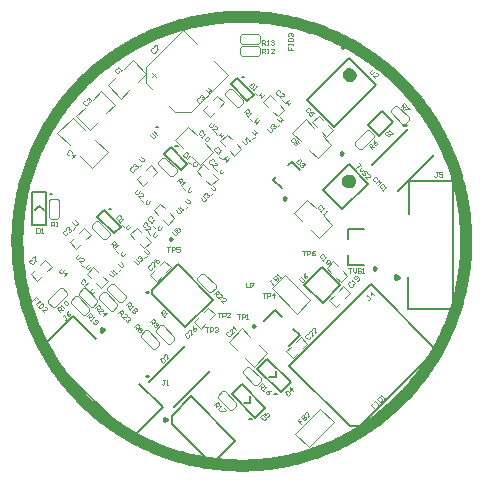
<source format=gto>
G04*
G04 #@! TF.GenerationSoftware,Altium Limited,Altium Designer,20.0.13 (296)*
G04*
G04 Layer_Color=65535*
%FSLAX44Y44*%
%MOMM*%
G71*
G01*
G75*
%ADD10C,0.1000*%
%ADD11C,0.2000*%
%ADD12C,0.2500*%
%ADD13C,0.1000*%
%ADD14C,0.3000*%
%ADD15C,1.0000*%
%ADD16C,0.6000*%
%ADD17C,0.2540*%
%ADD18C,0.1270*%
G54D10*
X1275648Y1036106D02*
X1273645D01*
X1279243Y1030390D02*
Y1032512D01*
X1267222Y1020491D02*
X1269343D01*
X1263687Y1026148D02*
Y1024026D01*
X1425800Y1244417D02*
X1427216Y1243000D01*
X1427300Y1251000D02*
X1425800Y1249500D01*
X1442800D02*
X1441300Y1251000D01*
X1441300Y1243000D02*
X1442800Y1244500D01*
X1425800Y1234417D02*
X1427216Y1233000D01*
X1427300Y1241000D02*
X1425800Y1239500D01*
X1442800Y1239500D02*
X1441300Y1241000D01*
X1441300Y1233000D02*
X1442800Y1234500D01*
X1305118Y1024085D02*
Y1026089D01*
X1299402Y1020491D02*
X1301524D01*
X1289503Y1032512D02*
Y1030390D01*
X1295160Y1036047D02*
X1293038D01*
X1306407Y1029254D02*
Y1027251D01*
X1312122Y1032849D02*
X1310001D01*
X1322022Y1020828D02*
Y1022950D01*
X1316365Y1017293D02*
X1318486D01*
X1389563Y1044784D02*
Y1042780D01*
X1395279Y1048378D02*
X1393157D01*
X1405178Y1036357D02*
Y1038479D01*
X1399521Y1032822D02*
X1401643D01*
X1407163Y945184D02*
Y943180D01*
X1412879Y948778D02*
X1410757D01*
X1422778Y936757D02*
Y938879D01*
X1417121Y933222D02*
X1419243D01*
X1428163Y966184D02*
Y964180D01*
X1433879Y969778D02*
X1431757D01*
X1443778Y957757D02*
Y959879D01*
X1438121Y954222D02*
X1440243D01*
X1292586Y1013757D02*
X1294707D01*
X1298242Y1017293D02*
Y1019414D01*
X1288343Y1029314D02*
X1286222D01*
X1282627Y1025719D02*
Y1023716D01*
X1319194Y1039920D02*
X1317072D01*
X1313537Y1036385D02*
Y1034263D01*
X1323436Y1024364D02*
X1325558D01*
X1329152Y1027958D02*
Y1029961D01*
X1366617Y1131065D02*
X1368738D01*
X1372274Y1134600D02*
Y1136722D01*
X1362374Y1146621D02*
X1360253D01*
X1356658Y1143027D02*
Y1141023D01*
X1423117Y1189565D02*
X1425238D01*
X1428773Y1193100D02*
Y1195222D01*
X1418874Y1205121D02*
X1416753D01*
X1413158Y1201527D02*
Y1199523D01*
X1310117Y1077565D02*
X1312238D01*
X1315773Y1081100D02*
Y1083222D01*
X1305874Y1093121D02*
X1303753D01*
X1300158Y1089527D02*
Y1087523D01*
X1264500Y1096500D02*
X1266000Y1095000D01*
X1271000D02*
X1272500Y1096500D01*
Y1110500D02*
X1271000Y1112000D01*
X1265917D02*
X1264500Y1110584D01*
X1563314Y1175272D02*
X1565435D01*
X1568970Y1178808D02*
Y1180929D01*
X1559071Y1190828D02*
X1556950D01*
X1553355Y1187234D02*
Y1185231D01*
X1538970Y1164172D02*
Y1166293D01*
X1535435Y1169828D02*
X1533314D01*
X1523414Y1159929D02*
Y1157808D01*
X1527009Y1154213D02*
X1529012D01*
X1347577Y1000406D02*
X1345456D01*
X1341920Y996870D02*
Y994749D01*
X1351820Y984849D02*
X1353941D01*
X1357536Y988444D02*
Y990447D01*
X1360305Y1004648D02*
X1358184D01*
X1354648Y1001113D02*
Y998991D01*
X1364548Y989092D02*
X1366669D01*
X1370264Y992686D02*
Y994690D01*
X1275648Y1036106D02*
X1279243Y1032512D01*
X1263686Y1026148D02*
X1273645Y1036106D01*
X1269343Y1020491D02*
X1279243Y1030390D01*
X1263686Y1024026D02*
X1267222Y1020491D01*
X1492743Y1078633D02*
X1504057Y1089947D01*
X1471529Y1099846D02*
X1482843Y1111161D01*
X1489914Y1104089D01*
X1471529Y1099846D02*
X1478601Y1092775D01*
X1496985Y1097018D02*
X1504057Y1089947D01*
X1485672Y1085705D02*
X1492743Y1078633D01*
X1425800Y1244417D02*
Y1249500D01*
X1427216Y1243000D02*
X1441300Y1243000D01*
X1427300Y1251000D02*
X1441300D01*
X1442800Y1244500D02*
Y1249500D01*
X1425800Y1234417D02*
Y1239500D01*
X1427216Y1233000D02*
X1441300Y1233000D01*
X1427300Y1241000D02*
X1441300D01*
X1442800Y1234500D02*
Y1239500D01*
X1301524Y1020491D02*
X1305118Y1024085D01*
X1295160Y1036047D02*
X1305118Y1026088D01*
X1289503Y1030390D02*
X1299402Y1020491D01*
X1289503Y1032512D02*
X1293038Y1036047D01*
X1306407Y1029254D02*
X1310001Y1032849D01*
X1306407Y1027251D02*
X1316365Y1017292D01*
X1312123Y1032849D02*
X1322022Y1022950D01*
X1318486Y1017293D02*
X1322022Y1020828D01*
X1386861Y1007618D02*
X1390750Y1011507D01*
X1392518Y1001961D02*
X1396407Y1005850D01*
X1386861Y1007618D02*
X1392518Y1001961D01*
X1398882Y1019639D02*
X1404539Y1013982D01*
X1394993Y1015750D02*
X1398882Y1019639D01*
X1400650Y1010093D02*
X1404539Y1013982D01*
X1389563Y1044784D02*
X1393157Y1048378D01*
X1389563Y1042781D02*
X1399521Y1032822D01*
X1395279Y1048378D02*
X1405178Y1038479D01*
X1401643Y1032822D02*
X1405178Y1036357D01*
X1501161Y1025818D02*
X1505050Y1029707D01*
X1506818Y1020161D02*
X1510707Y1024050D01*
X1501161Y1025818D02*
X1506818Y1020161D01*
X1513182Y1037839D02*
X1518839Y1032182D01*
X1509293Y1033950D02*
X1513182Y1037839D01*
X1514950Y1028293D02*
X1518839Y1032182D01*
X1478950Y985293D02*
X1482839Y989182D01*
X1473293Y990950D02*
X1477182Y994839D01*
X1482839Y989182D01*
X1465161Y982818D02*
X1470818Y977161D01*
X1474707Y981050D01*
X1465161Y982818D02*
X1469050Y986707D01*
X1472736Y913050D02*
X1484050Y901737D01*
X1493949Y934263D02*
X1505264Y922950D01*
X1472736Y913050D02*
X1493949Y934263D01*
X1484050Y901737D02*
X1505264Y922950D01*
X1407163Y945184D02*
X1410757Y948778D01*
X1407163Y943180D02*
X1417121Y933222D01*
X1412879Y948778D02*
X1422778Y938879D01*
X1419243Y933222D02*
X1422778Y936757D01*
X1428163Y966184D02*
X1431757Y969778D01*
X1428163Y964181D02*
X1438121Y954222D01*
X1433879Y969778D02*
X1443778Y959879D01*
X1440243Y954222D02*
X1443778Y957757D01*
X1437505Y969736D02*
X1448819Y981050D01*
X1416292Y990949D02*
X1427605Y1002264D01*
X1434677Y995192D01*
X1416292Y990949D02*
X1423363Y983879D01*
X1441747Y988121D02*
X1448819Y981050D01*
X1430434Y976808D02*
X1437505Y969736D01*
X1384879Y1147508D02*
X1391950Y1140436D01*
X1396192Y1158821D02*
X1403264Y1151750D01*
X1370736Y1161649D02*
X1377808Y1154579D01*
X1382050Y1172964D02*
X1389121Y1165892D01*
X1370736Y1161649D02*
X1382050Y1172964D01*
X1391950Y1140436D02*
X1403264Y1151750D01*
X1294707Y1013757D02*
X1298242Y1017293D01*
X1288343Y1029314D02*
X1298242Y1019414D01*
X1282627Y1023716D02*
X1292586Y1013757D01*
X1282627Y1025719D02*
X1286221Y1029314D01*
X1313537Y1036385D02*
X1317072Y1039920D01*
X1313537Y1034263D02*
X1323436Y1024364D01*
X1319193Y1039920D02*
X1329152Y1029961D01*
X1325558Y1024364D02*
X1329152Y1027958D01*
X1262415Y1050562D02*
X1266304Y1054451D01*
X1256758Y1056219D02*
X1260647Y1060108D01*
X1266304Y1054451D01*
X1248626Y1048087D02*
X1254283Y1042430D01*
X1258172Y1046319D01*
X1248626Y1048087D02*
X1252515Y1051976D01*
X1363485Y1049828D02*
X1367374Y1053718D01*
X1357828Y1055485D02*
X1361717Y1059374D01*
X1367374Y1053718D01*
X1349697Y1047354D02*
X1355354Y1041696D01*
X1359242Y1045586D01*
X1349697Y1047354D02*
X1353586Y1051243D01*
X1504818Y1058839D02*
X1508707Y1054950D01*
X1499161Y1053182D02*
X1503050Y1049293D01*
X1499161Y1053182D02*
X1504818Y1058839D01*
X1511182Y1041161D02*
X1516839Y1046818D01*
X1512950Y1050707D02*
X1516839Y1046818D01*
X1507293Y1045050D02*
X1511182Y1041161D01*
X1360788Y1093893D02*
X1364677Y1090004D01*
X1366445Y1099550D02*
X1370334Y1095661D01*
X1364677Y1090004D02*
X1370334Y1095661D01*
X1352656Y1102025D02*
X1358313Y1107682D01*
X1352656Y1102025D02*
X1356545Y1098136D01*
X1358313Y1107682D02*
X1362202Y1103793D01*
X1394813Y1141005D02*
X1398703Y1137116D01*
X1389156Y1135348D02*
X1393045Y1131459D01*
X1389156Y1135348D02*
X1394813Y1141005D01*
X1401178Y1123328D02*
X1406834Y1128984D01*
X1402945Y1132873D02*
X1406834Y1128984D01*
X1397288Y1127216D02*
X1401178Y1123328D01*
X1352052Y1131031D02*
X1355941Y1134920D01*
X1346395Y1136688D02*
X1350284Y1140577D01*
X1355941Y1134920D01*
X1338263Y1128556D02*
X1343920Y1122899D01*
X1347809Y1126788D01*
X1338263Y1128556D02*
X1342152Y1132445D01*
X1368738Y1131065D02*
X1372274Y1134600D01*
X1362374Y1146621D02*
X1372274Y1136722D01*
X1356658Y1141023D02*
X1366617Y1131065D01*
X1356658Y1143027D02*
X1360253Y1146621D01*
X1417288Y1152393D02*
X1421177Y1148504D01*
X1422945Y1158050D02*
X1426834Y1154161D01*
X1421177Y1148504D02*
X1426834Y1154161D01*
X1409156Y1160525D02*
X1414813Y1166182D01*
X1409156Y1160525D02*
X1413045Y1156636D01*
X1414813Y1166182D02*
X1418702Y1162293D01*
X1451313Y1199505D02*
X1455202Y1195616D01*
X1445656Y1193848D02*
X1449545Y1189959D01*
X1445656Y1193848D02*
X1451313Y1199505D01*
X1457677Y1181828D02*
X1463334Y1187484D01*
X1459445Y1191373D02*
X1463334Y1187484D01*
X1453788Y1185716D02*
X1457677Y1181828D01*
X1408552Y1189531D02*
X1412441Y1193420D01*
X1402895Y1195188D02*
X1406784Y1199077D01*
X1412441Y1193420D01*
X1394763Y1187056D02*
X1400420Y1181399D01*
X1404309Y1185288D01*
X1394763Y1187056D02*
X1398652Y1190945D01*
X1425238Y1189565D02*
X1428773Y1193100D01*
X1418874Y1205121D02*
X1428773Y1195222D01*
X1413158Y1199523D02*
X1423116Y1189565D01*
X1413158Y1201527D02*
X1416753Y1205121D01*
X1304288Y1040393D02*
X1308177Y1036504D01*
X1309945Y1046050D02*
X1313834Y1042161D01*
X1308177Y1036504D02*
X1313834Y1042161D01*
X1296157Y1048525D02*
X1301813Y1054182D01*
X1296157Y1048525D02*
X1300045Y1044636D01*
X1301813Y1054182D02*
X1305702Y1050293D01*
X1338313Y1087505D02*
X1342202Y1083616D01*
X1332657Y1081848D02*
X1336545Y1077959D01*
X1332657Y1081848D02*
X1338313Y1087505D01*
X1344677Y1069828D02*
X1350334Y1075485D01*
X1346445Y1079373D02*
X1350334Y1075485D01*
X1340788Y1073717D02*
X1344677Y1069828D01*
X1312238Y1077565D02*
X1315773Y1081100D01*
X1305874Y1093121D02*
X1315773Y1083222D01*
X1300158Y1087523D02*
X1310117Y1077565D01*
X1300158Y1089527D02*
X1303752Y1093121D01*
X1295552Y1077531D02*
X1299441Y1081420D01*
X1289895Y1083187D02*
X1293784Y1087077D01*
X1299441Y1081420D01*
X1281763Y1075056D02*
X1287420Y1069399D01*
X1291309Y1073288D01*
X1281763Y1075056D02*
X1285652Y1078945D01*
X1271287Y1167278D02*
X1284722Y1180713D01*
X1300278Y1138287D02*
X1313713Y1151722D01*
X1303460Y1161975D02*
X1313713Y1151722D01*
X1271287Y1167278D02*
X1281540Y1157025D01*
X1284722Y1180713D02*
X1294975Y1170460D01*
X1290025Y1148540D02*
X1300278Y1138287D01*
X1287343Y1181571D02*
X1294414Y1188642D01*
X1298657Y1170257D02*
X1305728Y1177328D01*
X1301485Y1195713D02*
X1308556Y1202784D01*
X1312799Y1184399D02*
X1319870Y1191471D01*
X1308556Y1202784D02*
X1319870Y1191471D01*
X1287343Y1181571D02*
X1298657Y1170257D01*
X1339193Y1210879D02*
X1346263Y1217950D01*
X1327879Y1222193D02*
X1334950Y1229263D01*
X1325051Y1196737D02*
X1332121Y1203808D01*
X1313737Y1208050D02*
X1320808Y1215121D01*
X1313737Y1208050D02*
X1325051Y1196737D01*
X1334950Y1229263D02*
X1346263Y1217950D01*
X1266000Y1095000D02*
X1271000D01*
X1272500Y1096500D02*
Y1110500D01*
X1264500Y1096500D02*
X1264500Y1110584D01*
X1265917Y1112000D02*
X1271000D01*
X1350983Y1215232D02*
X1354519Y1218768D01*
X1350983D02*
X1354519Y1215232D01*
X1377500Y1255184D02*
X1389408Y1243276D01*
X1403776Y1228908D02*
X1415684Y1217000D01*
X1346034Y1223718D02*
X1377500Y1255184D01*
X1346034Y1210283D02*
Y1223718D01*
Y1210283D02*
X1351224Y1205092D01*
X1384218Y1185534D02*
X1415684Y1217000D01*
X1370783Y1185534D02*
X1384218D01*
X1365592Y1190724D02*
X1370783Y1185534D01*
X1495038Y1168423D02*
X1498927Y1164533D01*
X1500695Y1174079D02*
X1504584Y1170191D01*
X1498927Y1164533D02*
X1504584Y1170191D01*
X1486907Y1176554D02*
X1492563Y1182212D01*
X1486907Y1176554D02*
X1490795Y1172666D01*
X1492563Y1182212D02*
X1496452Y1178322D01*
X1565435Y1175272D02*
X1568971Y1178807D01*
X1559071Y1190828D02*
X1568971Y1180929D01*
X1553355Y1185230D02*
X1563314Y1175272D01*
X1553355Y1187234D02*
X1556950Y1190828D01*
X1535435Y1169828D02*
X1538971Y1166293D01*
X1523414Y1159929D02*
X1533314Y1169828D01*
X1529012Y1154213D02*
X1538971Y1164171D01*
X1523414Y1157808D02*
X1527009Y1154213D01*
X1481603Y1179029D02*
X1488674Y1171958D01*
X1470289Y1167716D02*
X1477360Y1160645D01*
X1495745Y1164887D02*
X1502816Y1157816D01*
X1484432Y1153573D02*
X1491503Y1146503D01*
X1502816Y1157816D01*
X1470289Y1167716D02*
X1481603Y1179029D01*
X1341920Y996870D02*
X1345456Y1000405D01*
X1341920Y994749D02*
X1351820Y984849D01*
X1347577Y1000405D02*
X1357536Y990447D01*
X1353941Y984849D02*
X1357536Y988444D01*
X1354648Y1001113D02*
X1358184Y1004648D01*
X1354648Y998991D02*
X1364547Y989092D01*
X1360305Y1004648D02*
X1370264Y994689D01*
X1366669Y989092D02*
X1370263Y992686D01*
X1464050Y1047264D02*
X1485263Y1026050D01*
X1452737Y1035949D02*
X1473950Y1014736D01*
X1452737Y1035949D02*
X1464050Y1047264D01*
X1473950Y1014736D02*
X1485263Y1026050D01*
X1431338Y1040856D02*
Y1037523D01*
X1432005Y1036857D01*
X1433337D01*
X1434004Y1037523D01*
Y1040856D01*
X1435337D02*
X1438002D01*
Y1040189D01*
X1435337Y1037523D01*
Y1036857D01*
X1368230Y1083523D02*
X1370586Y1081167D01*
X1371529D01*
X1372471Y1082109D01*
Y1083052D01*
X1370115Y1085408D01*
X1372943Y1088235D02*
X1371057Y1086350D01*
X1372471Y1084937D01*
X1372943Y1086350D01*
X1373414Y1086822D01*
X1374356D01*
X1375299Y1085879D01*
Y1084937D01*
X1374356Y1083994D01*
X1373414D01*
X1478668Y1067999D02*
X1481334D01*
X1480001D01*
Y1064001D01*
X1482667D02*
Y1067999D01*
X1484666D01*
X1485333Y1067333D01*
Y1066000D01*
X1484666Y1065334D01*
X1482667D01*
X1489332Y1067999D02*
X1487999Y1067333D01*
X1486666Y1066000D01*
Y1064667D01*
X1487332Y1064001D01*
X1488665D01*
X1489332Y1064667D01*
Y1065334D01*
X1488665Y1066000D01*
X1486666D01*
X1302994Y1019356D02*
X1305821Y1022184D01*
X1307235Y1020770D01*
Y1019827D01*
X1306292Y1018885D01*
X1305350Y1018885D01*
X1303936Y1020299D01*
X1304879Y1019356D02*
X1304879Y1017471D01*
X1307706Y1014644D02*
X1305821Y1016529D01*
X1309591D01*
X1310062Y1017000D01*
Y1017943D01*
X1309120Y1018885D01*
X1308177D01*
X1310062Y1012288D02*
X1312890Y1015115D01*
X1310062Y1015115D01*
X1311947Y1013230D01*
X1322967Y1014782D02*
X1325794Y1017610D01*
X1327208Y1016196D01*
Y1015254D01*
X1326266Y1014311D01*
X1325323Y1014311D01*
X1323909Y1015725D01*
X1324852Y1014782D02*
X1324852Y1012897D01*
X1327679Y1010070D02*
X1325794Y1011955D01*
X1329564D01*
X1330036Y1012426D01*
Y1013369D01*
X1329093Y1014311D01*
X1328151D01*
X1330978Y1011484D02*
X1331921D01*
X1332863Y1010541D01*
Y1009599D01*
X1332392Y1009128D01*
X1331449D01*
X1330978Y1009599D01*
X1331449Y1009128D01*
X1331449Y1008185D01*
X1330978Y1007714D01*
X1330036D01*
X1329093Y1008656D01*
Y1009599D01*
X1403816Y1031356D02*
X1406644Y1034184D01*
X1408058Y1032770D01*
Y1031827D01*
X1407115Y1030885D01*
X1406172Y1030885D01*
X1404759Y1032299D01*
X1405701Y1031356D02*
X1405701Y1029471D01*
X1408529Y1026644D02*
X1406644Y1028529D01*
X1410414D01*
X1410885Y1029000D01*
Y1029942D01*
X1409942Y1030885D01*
X1409000D01*
X1411356Y1023816D02*
X1409471Y1025701D01*
X1413241D01*
X1413712Y1026172D01*
Y1027115D01*
X1412770Y1028057D01*
X1411828D01*
X1404052Y937121D02*
X1406879Y939948D01*
X1408293Y938534D01*
Y937592D01*
X1407351Y936649D01*
X1406408Y936649D01*
X1404994Y938063D01*
X1405937Y937121D02*
X1405937Y935236D01*
X1406879Y934293D02*
X1407822Y933351D01*
X1407351Y933822D01*
X1410178Y936649D01*
X1409236D01*
X1412063Y934764D02*
X1413948Y932879D01*
X1413477Y932408D01*
X1409707D01*
X1409236Y931937D01*
X1442052Y953121D02*
X1444879Y955948D01*
X1446293Y954534D01*
Y953592D01*
X1445351Y952649D01*
X1444408Y952649D01*
X1442994Y954063D01*
X1443937Y953121D02*
X1443937Y951236D01*
X1444879Y950293D02*
X1445822Y949351D01*
X1445351Y949822D01*
X1448178Y952649D01*
X1447236D01*
X1451948Y948879D02*
X1450534Y949351D01*
X1448649D01*
X1447707Y948408D01*
Y947466D01*
X1448649Y946523D01*
X1449592D01*
X1450063Y946994D01*
X1450063Y947937D01*
X1448649Y949351D01*
X1444547Y1242501D02*
Y1246499D01*
X1446546D01*
X1447213Y1245833D01*
Y1244500D01*
X1446546Y1243833D01*
X1444547D01*
X1445880D02*
X1447213Y1242501D01*
X1448546D02*
X1449879D01*
X1449212D01*
Y1246499D01*
X1448546Y1245833D01*
X1451878D02*
X1452544Y1246499D01*
X1453877D01*
X1454544Y1245833D01*
Y1245166D01*
X1453877Y1244500D01*
X1453211D01*
X1453877D01*
X1454544Y1243833D01*
Y1243167D01*
X1453877Y1242501D01*
X1452544D01*
X1451878Y1243167D01*
X1444547Y1235001D02*
Y1238999D01*
X1446546D01*
X1447213Y1238333D01*
Y1237000D01*
X1446546Y1236333D01*
X1444547D01*
X1445880D02*
X1447213Y1235001D01*
X1448546D02*
X1449879D01*
X1449212D01*
Y1238999D01*
X1448546Y1238333D01*
X1454544Y1235001D02*
X1451878D01*
X1454544Y1237666D01*
Y1238333D01*
X1453877Y1238999D01*
X1452544D01*
X1451878Y1238333D01*
X1273875Y1016221D02*
X1271048Y1019049D01*
X1272462Y1020462D01*
X1273404D01*
X1274347Y1019520D01*
X1274347Y1018577D01*
X1272933Y1017164D01*
X1273875Y1018106D02*
X1275760Y1018106D01*
X1276703Y1019049D02*
X1277645Y1019991D01*
X1277174Y1019520D01*
X1274347Y1022347D01*
Y1021405D01*
X1276703Y1023761D02*
Y1024704D01*
X1277645Y1025646D01*
X1278588D01*
X1280473Y1023761D01*
Y1022819D01*
X1279530Y1021876D01*
X1278588D01*
X1276703Y1023761D01*
X1439546Y1267265D02*
X1438213D01*
X1438879D01*
Y1263933D01*
X1438213Y1263267D01*
X1437546D01*
X1436880Y1263933D01*
X1440878Y1266599D02*
X1441545Y1267265D01*
X1442878D01*
X1443544Y1266599D01*
Y1265932D01*
X1442878Y1265266D01*
X1442211D01*
X1442878D01*
X1443544Y1264600D01*
Y1263933D01*
X1442878Y1263267D01*
X1441545D01*
X1440878Y1263933D01*
X1428260Y1266269D02*
X1426927D01*
X1427593D01*
Y1262936D01*
X1426927Y1262270D01*
X1426260D01*
X1425594Y1262936D01*
X1432258Y1262270D02*
X1429593D01*
X1432258Y1264936D01*
Y1265602D01*
X1431592Y1266269D01*
X1430259D01*
X1429593Y1265602D01*
X1362344Y958277D02*
X1361011D01*
X1361677D01*
Y954944D01*
X1361011Y954278D01*
X1360344D01*
X1359678Y954944D01*
X1363677Y954278D02*
X1365010D01*
X1364343D01*
Y958277D01*
X1363677Y957610D01*
X1476701Y926114D02*
X1474816Y924229D01*
X1476230Y922815D01*
X1477173Y923758D01*
X1476230Y922815D01*
X1477644Y921402D01*
Y927057D02*
X1480471Y924229D01*
X1481885Y925643D01*
Y926585D01*
X1481414Y927057D01*
X1480471Y927057D01*
X1479057Y925643D01*
X1480471Y927057D01*
Y927999D01*
X1480000Y928471D01*
X1479057D01*
X1477644Y927057D01*
X1485184Y928942D02*
X1483299Y927057D01*
Y930827D01*
X1482827Y931298D01*
X1481885D01*
X1480943Y930356D01*
Y929413D01*
X1443230Y927057D02*
X1446057Y924230D01*
X1447471Y925644D01*
Y926586D01*
X1445586Y928471D01*
X1444644D01*
X1443230Y927057D01*
X1447943Y931770D02*
X1446057Y929885D01*
X1447471Y928471D01*
X1447943Y929885D01*
X1448414Y930356D01*
X1449356D01*
X1450299Y929414D01*
Y928471D01*
X1449356Y927529D01*
X1448414D01*
X1463942Y948057D02*
X1466770Y945230D01*
X1468183Y946644D01*
Y947586D01*
X1466298Y949471D01*
X1465356D01*
X1463942Y948057D01*
X1471011Y949471D02*
X1468183Y952299D01*
X1468183Y949471D01*
X1470068Y951356D01*
X1381172Y998049D02*
X1380230D01*
X1379288Y997106D01*
Y996164D01*
X1381172Y994279D01*
X1382115D01*
X1383058Y995221D01*
Y996164D01*
X1386356Y998520D02*
X1384471Y996635D01*
Y1000405D01*
X1384000Y1000876D01*
X1383058D01*
X1382115Y999934D01*
Y998991D01*
X1386356Y1004175D02*
X1385885Y1002761D01*
Y1000876D01*
X1386828Y999934D01*
X1387770D01*
X1388712Y1000876D01*
Y1001819D01*
X1388241Y1002290D01*
X1387299Y1002290D01*
X1385885Y1000876D01*
X1483172Y997057D02*
X1482230D01*
X1481288Y996115D01*
Y995173D01*
X1483172Y993288D01*
X1484115D01*
X1485058Y994230D01*
Y995173D01*
X1488356Y997529D02*
X1486471Y995644D01*
Y999414D01*
X1486000Y999885D01*
X1485058D01*
X1484115Y998942D01*
Y998000D01*
X1491184Y1000356D02*
X1489299Y998471D01*
Y1002241D01*
X1488828Y1002712D01*
X1487885D01*
X1486942Y1001770D01*
Y1000827D01*
X1416104Y999117D02*
X1415161D01*
X1414219Y998175D01*
Y997232D01*
X1416104Y995347D01*
X1417047D01*
X1417989Y996290D01*
Y997232D01*
X1421288Y999588D02*
X1419403Y997703D01*
Y1001473D01*
X1418931Y1001945D01*
X1417989D01*
X1417047Y1001002D01*
Y1000060D01*
X1422230Y1000531D02*
X1423173Y1001473D01*
X1422702Y1001002D01*
X1419874Y1003829D01*
Y1002887D01*
X1519408Y1041293D02*
X1518466D01*
X1517523Y1040351D01*
Y1039408D01*
X1519408Y1037523D01*
X1520351D01*
X1521293Y1038466D01*
Y1039408D01*
X1522707Y1039879D02*
X1523649Y1040822D01*
X1523178Y1040351D01*
X1520351Y1043178D01*
Y1042236D01*
X1524592Y1042707D02*
X1525534D01*
X1526477Y1043649D01*
Y1044592D01*
X1524592Y1046477D01*
X1523649D01*
X1522707Y1045534D01*
Y1044592D01*
X1523178Y1044121D01*
X1524121D01*
X1525534Y1045534D01*
X1495325Y1105029D02*
Y1105971D01*
X1494383Y1106914D01*
X1493440D01*
X1491555Y1105029D01*
Y1104086D01*
X1492498Y1103144D01*
X1493440D01*
X1493911Y1101730D02*
X1494854Y1100788D01*
X1494383Y1101259D01*
X1497210Y1104086D01*
X1496268D01*
Y1099374D02*
X1497210Y1098431D01*
X1496739Y1098903D01*
X1499566Y1101730D01*
X1498624D01*
X1349863Y1055484D02*
X1348920D01*
X1347978Y1054542D01*
Y1053599D01*
X1349863Y1051714D01*
X1350805D01*
X1351748Y1052657D01*
Y1053599D01*
X1355047Y1055955D02*
X1353162Y1054070D01*
Y1057840D01*
X1352690Y1058312D01*
X1351748D01*
X1350805Y1057369D01*
Y1056427D01*
X1355047Y1061610D02*
X1353162Y1059725D01*
X1354575Y1058312D01*
X1355047Y1059725D01*
X1355518Y1060197D01*
X1356460D01*
X1357403Y1059254D01*
Y1058312D01*
X1356460Y1057369D01*
X1355518D01*
X1329152Y1021889D02*
X1331980Y1024716D01*
X1333394Y1023303D01*
Y1022360D01*
X1332451Y1021418D01*
X1331508Y1021418D01*
X1330095Y1022831D01*
X1331037Y1021889D02*
X1331037Y1020004D01*
X1331980Y1019061D02*
X1332922Y1018119D01*
X1332451Y1018590D01*
X1335278Y1021418D01*
X1334336D01*
X1336692Y1019061D02*
X1337635D01*
X1338577Y1018119D01*
Y1017176D01*
X1338106Y1016705D01*
X1337164D01*
X1337164Y1015763D01*
X1336692Y1015291D01*
X1335750D01*
X1334807Y1016234D01*
Y1017176D01*
X1335278Y1017648D01*
X1336221Y1017648D01*
Y1018590D01*
X1336692Y1019061D01*
X1336221Y1017648D02*
X1337164Y1016705D01*
X1296157Y1012426D02*
X1298984Y1015254D01*
X1300398Y1013840D01*
Y1012897D01*
X1299455Y1011955D01*
X1298513Y1011955D01*
X1297099Y1013369D01*
X1298042Y1012426D02*
X1298042Y1010541D01*
X1298984Y1009599D02*
X1299927Y1008656D01*
X1299455Y1009128D01*
X1302283Y1011955D01*
X1301340D01*
X1301812Y1007714D02*
Y1006771D01*
X1302754Y1005829D01*
X1303697D01*
X1305582Y1007714D01*
Y1008656D01*
X1304639Y1009599D01*
X1303697D01*
X1303225Y1009128D01*
Y1008185D01*
X1304639Y1006771D01*
X1475841Y1043989D02*
X1478197Y1041632D01*
X1479140D01*
X1480082Y1042575D01*
Y1043517D01*
X1477726Y1045874D01*
X1480553Y1048701D02*
X1480082Y1047287D01*
Y1045402D01*
X1481025Y1044460D01*
X1481967D01*
X1482910Y1045402D01*
Y1046345D01*
X1482438Y1046816D01*
X1481496Y1046816D01*
X1480082Y1045402D01*
X1517500Y1052999D02*
X1520166D01*
X1518833D01*
Y1049000D01*
X1521499Y1052999D02*
Y1050333D01*
X1522832Y1049000D01*
X1524164Y1050333D01*
Y1052999D01*
X1528163Y1052332D02*
X1527497Y1052999D01*
X1526164D01*
X1525497Y1052332D01*
Y1051666D01*
X1526164Y1050999D01*
X1527497D01*
X1528163Y1050333D01*
Y1049667D01*
X1527497Y1049000D01*
X1526164D01*
X1525497Y1049667D01*
X1529496Y1049000D02*
X1530829D01*
X1530163D01*
Y1052999D01*
X1529496Y1052332D01*
X1542151Y1128471D02*
Y1129414D01*
X1541209Y1130356D01*
X1540266D01*
X1538381Y1128471D01*
Y1127529D01*
X1539324Y1126586D01*
X1540266D01*
X1540737Y1125173D02*
X1543565Y1128000D01*
Y1126115D01*
X1545450Y1126115D01*
X1542622Y1123288D01*
X1547806Y1122816D02*
Y1123759D01*
X1546864Y1124701D01*
X1545921D01*
X1544036Y1122816D01*
Y1121874D01*
X1544979Y1120931D01*
X1545921D01*
X1546392Y1119518D02*
X1547335Y1118575D01*
X1546864Y1119046D01*
X1549691Y1121874D01*
X1548749D01*
X1364000Y1070999D02*
X1366666D01*
X1365333D01*
Y1067000D01*
X1367999D02*
Y1070999D01*
X1369998D01*
X1370665Y1070332D01*
Y1068999D01*
X1369998Y1068333D01*
X1367999D01*
X1374663Y1070999D02*
X1371997D01*
Y1068999D01*
X1373330Y1069666D01*
X1373997D01*
X1374663Y1068999D01*
Y1067666D01*
X1373997Y1067000D01*
X1372664D01*
X1371997Y1067666D01*
X1445000Y1032238D02*
X1447666D01*
X1446333D01*
Y1028239D01*
X1448999D02*
Y1032238D01*
X1450998D01*
X1451664Y1031572D01*
Y1030239D01*
X1450998Y1029572D01*
X1448999D01*
X1454997Y1028239D02*
Y1032238D01*
X1452997Y1030239D01*
X1455663D01*
X1396407Y1002990D02*
X1399073D01*
X1397740D01*
Y998991D01*
X1400406D02*
Y1002990D01*
X1402405D01*
X1403071Y1002324D01*
Y1000991D01*
X1402405Y1000324D01*
X1400406D01*
X1404404Y1002324D02*
X1405071Y1002990D01*
X1406404D01*
X1407070Y1002324D01*
Y1001657D01*
X1406404Y1000991D01*
X1405737D01*
X1406404D01*
X1407070Y1000324D01*
Y999658D01*
X1406404Y998991D01*
X1405071D01*
X1404404Y999658D01*
X1407000Y1015506D02*
X1409666D01*
X1408333D01*
Y1011507D01*
X1410999D02*
Y1015506D01*
X1412998D01*
X1413665Y1014839D01*
Y1013506D01*
X1412998Y1012840D01*
X1410999D01*
X1417663Y1011507D02*
X1414997D01*
X1417663Y1014173D01*
Y1014839D01*
X1416997Y1015506D01*
X1415664D01*
X1414997Y1014839D01*
X1423363Y1014091D02*
X1426029D01*
X1424696D01*
Y1010093D01*
X1427362D02*
Y1014091D01*
X1429361D01*
X1430027Y1013425D01*
Y1012092D01*
X1429361Y1011426D01*
X1427362D01*
X1431360Y1010093D02*
X1432693D01*
X1432027D01*
Y1014091D01*
X1431360Y1013425D01*
X1466793Y1240666D02*
Y1238000D01*
X1468792D01*
Y1239333D01*
Y1238000D01*
X1470791D01*
X1466793Y1241999D02*
Y1243332D01*
Y1242665D01*
X1470791D01*
Y1241999D01*
Y1243332D01*
X1466793Y1245331D02*
X1470791D01*
Y1247330D01*
X1470125Y1247997D01*
X1467459D01*
X1466793Y1247330D01*
Y1245331D01*
X1467459Y1249330D02*
X1466793Y1249996D01*
Y1251329D01*
X1467459Y1251995D01*
X1468125D01*
X1468792Y1251329D01*
Y1250663D01*
Y1251329D01*
X1469458Y1251995D01*
X1470125D01*
X1470791Y1251329D01*
Y1249996D01*
X1470125Y1249330D01*
X1254713Y1026662D02*
X1252828Y1028547D01*
X1251414Y1027133D01*
X1252356Y1026190D01*
X1251414Y1027133D01*
X1250000Y1025719D01*
X1255655D02*
X1256598Y1024777D01*
X1256126Y1025248D01*
X1253299Y1022420D01*
X1252828Y1022892D01*
X1253770Y1021949D01*
X1258011Y1023363D02*
X1255184Y1020535D01*
X1256598Y1019121D01*
X1257540D01*
X1259425Y1021006D01*
Y1021949D01*
X1258011Y1023363D01*
X1259896Y1015823D02*
X1258011Y1017708D01*
X1261781D01*
X1262253Y1018179D01*
Y1019121D01*
X1261310Y1020064D01*
X1260368D01*
X1538557Y939212D02*
X1536673Y937327D01*
X1538086Y935914D01*
X1539029Y936856D01*
X1538086Y935914D01*
X1539500Y934500D01*
Y940155D02*
X1540443Y941097D01*
X1539971Y940626D01*
X1542799Y937799D01*
X1542328Y937327D01*
X1543270Y938270D01*
X1541856Y942511D02*
X1544684Y939684D01*
X1546098Y941097D01*
Y942040D01*
X1544212Y943925D01*
X1543270D01*
X1541856Y942511D01*
X1547511D02*
X1548454Y943454D01*
X1547982Y942982D01*
X1545155Y945810D01*
Y944867D01*
X1283241Y1150971D02*
Y1151914D01*
X1282299Y1152856D01*
X1281356D01*
X1279471Y1150971D01*
Y1150029D01*
X1280414Y1149086D01*
X1281356D01*
X1283241Y1146259D02*
X1286069Y1149086D01*
X1283241Y1149086D01*
X1285126Y1147201D01*
X1352529Y1239241D02*
X1351586D01*
X1350644Y1238299D01*
Y1237356D01*
X1352529Y1235471D01*
X1353471D01*
X1354414Y1236414D01*
Y1237356D01*
X1357713Y1239713D02*
X1355827Y1237828D01*
Y1241598D01*
X1355356Y1242069D01*
X1354414D01*
X1353471Y1241126D01*
Y1240184D01*
X1339572Y1120100D02*
X1337215Y1117743D01*
Y1116801D01*
X1338158Y1115858D01*
X1339100D01*
X1341457Y1118215D01*
Y1112560D02*
X1339572Y1114445D01*
X1343342D01*
X1343813Y1114916D01*
Y1115858D01*
X1342870Y1116801D01*
X1341928D01*
Y1111146D02*
X1343813Y1109261D01*
X1348054Y1111617D02*
X1346169Y1109732D01*
Y1107847D01*
X1348054Y1107847D01*
X1349939Y1109732D01*
X1392486Y1112589D02*
X1394842Y1110233D01*
X1395784D01*
X1396727Y1111175D01*
Y1112118D01*
X1394371Y1114474D01*
X1395784Y1114945D02*
Y1115888D01*
X1396727Y1116830D01*
X1397670D01*
X1398141Y1116359D01*
Y1115417D01*
X1397670Y1114945D01*
X1398141Y1115417D01*
X1399083Y1115417D01*
X1399555Y1114945D01*
Y1114003D01*
X1398612Y1113060D01*
X1397670D01*
X1401440Y1114945D02*
X1403324Y1116830D01*
X1400968Y1121072D02*
X1402853Y1119187D01*
X1404738D01*
X1404738Y1121072D01*
X1402853Y1122957D01*
X1371373Y1102028D02*
X1373729Y1099671D01*
X1374671D01*
X1375614Y1100614D01*
Y1101556D01*
X1373257Y1103913D01*
X1377027Y1102028D02*
X1377970Y1102970D01*
X1377499Y1102499D01*
X1374671Y1105326D01*
Y1104384D01*
X1379855Y1103913D02*
X1381740Y1105798D01*
X1379384Y1110039D02*
X1381269Y1108154D01*
X1383154D01*
X1383154Y1110039D01*
X1381269Y1111924D01*
X1538263Y1221827D02*
X1535906Y1219471D01*
Y1218529D01*
X1536849Y1217586D01*
X1537791D01*
X1540148Y1219942D01*
Y1214287D02*
X1538263Y1216172D01*
X1542033D01*
X1542504Y1216644D01*
Y1217586D01*
X1541561Y1218529D01*
X1540619D01*
X1275328Y1053389D02*
X1272971Y1051033D01*
Y1050091D01*
X1273914Y1049148D01*
X1274856D01*
X1277213Y1051504D01*
X1276741Y1046321D02*
X1279569Y1049148D01*
X1276741Y1049148D01*
X1278626Y1047263D01*
X1349673Y1165827D02*
X1352029Y1163471D01*
X1352971D01*
X1353914Y1164414D01*
Y1165356D01*
X1351557Y1167712D01*
X1355327Y1165827D02*
X1356270Y1166770D01*
X1355799Y1166299D01*
X1352971Y1169126D01*
Y1168184D01*
X1526242Y1141827D02*
X1528127Y1139942D01*
X1527184Y1140885D01*
X1524357Y1138057D01*
X1529069Y1139000D02*
X1527184Y1137115D01*
Y1135230D01*
X1529069Y1135230D01*
X1530954Y1137115D01*
X1533311Y1133816D02*
Y1134759D01*
X1532368Y1135701D01*
X1531425D01*
X1530954Y1135230D01*
Y1134287D01*
X1531897Y1133345D01*
X1531897Y1132402D01*
X1531425Y1131931D01*
X1530483D01*
X1529541Y1132874D01*
Y1133816D01*
X1533782Y1128633D02*
X1531897Y1130518D01*
X1535667D01*
X1536138Y1130989D01*
Y1131931D01*
X1535195Y1132874D01*
X1534253D01*
X1550809Y1168413D02*
X1549866D01*
X1548924Y1167470D01*
Y1166528D01*
X1549395Y1166057D01*
X1550338D01*
X1551280Y1166999D01*
X1552223Y1166999D01*
X1552694Y1166528D01*
Y1165585D01*
X1551751Y1164643D01*
X1550809D01*
X1554108Y1166999D02*
X1555050Y1167942D01*
X1554579Y1167470D01*
X1551751Y1170298D01*
Y1169355D01*
X1372800Y1126788D02*
X1375628Y1129615D01*
X1377041Y1128202D01*
Y1127259D01*
X1376099Y1126317D01*
X1375156Y1126317D01*
X1373743Y1127730D01*
X1374685Y1126788D02*
X1374685Y1124903D01*
X1375628Y1123960D02*
X1376570Y1123018D01*
X1376099Y1123489D01*
X1378926Y1126317D01*
X1377984D01*
X1377513Y1121133D02*
X1379398Y1119248D01*
X1383639Y1121604D02*
X1381754Y1119719D01*
Y1117834D01*
X1383639Y1117834D01*
X1385524Y1119719D01*
X1349697Y1007618D02*
X1352524Y1010446D01*
X1353938Y1009032D01*
Y1008090D01*
X1352995Y1007147D01*
X1352053Y1007147D01*
X1350639Y1008561D01*
X1351582Y1007618D02*
X1351582Y1005733D01*
X1352995Y1005262D02*
Y1004320D01*
X1353938Y1003377D01*
X1354880D01*
X1356765Y1005262D01*
Y1006205D01*
X1355823Y1007147D01*
X1354880D01*
X1354409Y1006676D01*
Y1005733D01*
X1355823Y1004320D01*
X1336000Y1003269D02*
X1338828Y1006097D01*
X1340241Y1004683D01*
Y1003740D01*
X1339299Y1002798D01*
X1338356Y1002798D01*
X1336942Y1004212D01*
X1337885Y1003269D02*
X1337885Y1001384D01*
X1341184Y1002798D02*
X1342126D01*
X1343069Y1001855D01*
Y1000913D01*
X1342598Y1000442D01*
X1341655D01*
X1341655Y999499D01*
X1341184Y999028D01*
X1340241D01*
X1339299Y999970D01*
Y1000913D01*
X1339770Y1001384D01*
X1340712Y1001384D01*
Y1002327D01*
X1341184Y1002798D01*
X1340712Y1001384D02*
X1341655Y1000442D01*
X1537544Y1154213D02*
X1534717Y1157040D01*
X1536131Y1158454D01*
X1537073D01*
X1538015Y1157512D01*
X1538016Y1156569D01*
X1536602Y1155155D01*
X1537544Y1156098D02*
X1539429Y1156098D01*
Y1161753D02*
X1538958Y1160339D01*
Y1158454D01*
X1539901Y1157512D01*
X1540843D01*
X1541786Y1158454D01*
Y1159397D01*
X1541314Y1159868D01*
X1540372Y1159868D01*
X1538958Y1158454D01*
X1562000Y1190000D02*
X1564828Y1192828D01*
X1566241Y1191414D01*
Y1190471D01*
X1565299Y1189529D01*
X1564356Y1189529D01*
X1562943Y1190943D01*
X1563885Y1190000D02*
X1563885Y1188115D01*
X1567655Y1190000D02*
X1569540Y1188115D01*
X1569069Y1187644D01*
X1565299D01*
X1564828Y1187172D01*
X1266000Y1088500D02*
Y1092499D01*
X1267999D01*
X1268666Y1091832D01*
Y1090499D01*
X1267999Y1089833D01*
X1266000D01*
X1267333D02*
X1268666Y1088500D01*
X1269999D02*
X1271332D01*
X1270665D01*
Y1092499D01*
X1269999Y1091832D01*
X1360540Y1014336D02*
X1362425Y1016221D01*
Y1017163D01*
X1361483Y1018106D01*
X1360540D01*
X1358655Y1016221D01*
Y1015279D01*
X1359597Y1014336D01*
X1360069Y1015750D02*
X1360069Y1013865D01*
X1359597Y1014336D02*
X1360540D01*
X1361011Y1012922D02*
X1361954Y1011980D01*
X1361483Y1012451D01*
X1364310Y1015279D01*
X1363367D01*
X1277057Y1013712D02*
X1276115Y1012770D01*
X1276586Y1013241D01*
X1278942Y1010885D01*
X1278942Y1009942D01*
X1278471Y1009471D01*
X1277529D01*
X1279885Y1016540D02*
X1279414Y1015126D01*
Y1013241D01*
X1280356Y1012299D01*
X1281299D01*
X1282241Y1013241D01*
Y1014184D01*
X1281770Y1014655D01*
X1280827Y1014655D01*
X1279414Y1013241D01*
X1593166Y1134499D02*
X1591833D01*
X1592499D01*
Y1131166D01*
X1591833Y1130500D01*
X1591166D01*
X1590500Y1131166D01*
X1597164Y1134499D02*
X1594499D01*
Y1132499D01*
X1595832Y1133166D01*
X1596498D01*
X1597164Y1132499D01*
Y1131166D01*
X1596498Y1130500D01*
X1595165D01*
X1594499Y1131166D01*
X1534057Y1030713D02*
X1533115Y1029770D01*
X1533586Y1030241D01*
X1535943Y1027885D01*
X1535943Y1026943D01*
X1535471Y1026471D01*
X1534529D01*
X1539241Y1030241D02*
X1536414Y1033069D01*
X1536414Y1030241D01*
X1538299Y1032126D01*
X1453037Y1043945D02*
X1451152Y1042060D01*
X1452566Y1040646D01*
X1453508Y1041589D01*
X1452566Y1040646D01*
X1453980Y1039233D01*
Y1044888D02*
X1456807Y1042060D01*
X1458221Y1043474D01*
Y1044416D01*
X1457750Y1044888D01*
X1456807Y1044888D01*
X1455393Y1043474D01*
X1456807Y1044888D01*
Y1045830D01*
X1456336Y1046301D01*
X1455393D01*
X1453980Y1044888D01*
X1459635D02*
X1460577Y1045830D01*
X1460106Y1045359D01*
X1457278Y1048186D01*
Y1047244D01*
X1380228Y1151827D02*
X1377400Y1149000D01*
X1378814Y1147586D01*
X1379756D01*
X1381641Y1149471D01*
Y1150414D01*
X1380228Y1151827D01*
Y1146172D02*
X1381170Y1145230D01*
X1380699Y1145701D01*
X1383526Y1148529D01*
X1382584D01*
X1382112Y1143345D02*
X1383997Y1141460D01*
X1388239Y1143816D02*
X1386354Y1141931D01*
Y1140046D01*
X1388239Y1140046D01*
X1390124Y1141931D01*
X1476324Y1145824D02*
X1473496Y1142996D01*
X1474910Y1141582D01*
X1475853D01*
X1477738Y1143467D01*
Y1144410D01*
X1476324Y1145824D01*
X1478680Y1142525D02*
X1479622D01*
X1480565Y1141582D01*
Y1140640D01*
X1480094Y1140169D01*
X1479151D01*
X1478680Y1140640D01*
X1479151Y1140169D01*
X1479151Y1139226D01*
X1478680Y1138755D01*
X1477738D01*
X1476795Y1139697D01*
Y1140640D01*
X1358172Y975827D02*
X1361000Y973000D01*
X1362414Y974414D01*
Y975356D01*
X1360529Y977241D01*
X1359586D01*
X1358172Y975827D01*
X1365712Y977712D02*
X1363828Y975827D01*
Y979597D01*
X1363356Y980069D01*
X1362414D01*
X1361471Y979126D01*
Y978184D01*
X1253500Y1087299D02*
Y1083300D01*
X1255499D01*
X1256165Y1083966D01*
Y1086632D01*
X1255499Y1087299D01*
X1253500D01*
X1257498Y1083300D02*
X1258831D01*
X1258165D01*
Y1087299D01*
X1257498Y1086632D01*
X1334429Y1138441D02*
X1333486D01*
X1332544Y1137499D01*
Y1136556D01*
X1334429Y1134671D01*
X1335371D01*
X1336314Y1135614D01*
Y1136556D01*
X1335371Y1139384D02*
Y1140326D01*
X1336314Y1141269D01*
X1337256D01*
X1337728Y1140798D01*
Y1139855D01*
X1337256Y1139384D01*
X1337728Y1139855D01*
X1338670Y1139855D01*
X1339141Y1139384D01*
Y1138441D01*
X1338199Y1137499D01*
X1337256D01*
X1341026Y1139384D02*
X1342911Y1141269D01*
X1340555Y1145510D02*
X1342440Y1143625D01*
X1344325D01*
X1344325Y1145510D01*
X1342440Y1147395D01*
X1403641Y1143498D02*
Y1144440D01*
X1402699Y1145383D01*
X1401756D01*
X1399871Y1143498D01*
Y1142555D01*
X1400814Y1141613D01*
X1401756D01*
X1404113Y1138314D02*
X1402227Y1140199D01*
X1405997D01*
X1406469Y1140670D01*
Y1141613D01*
X1405526Y1142555D01*
X1404584D01*
Y1136900D02*
X1406469Y1135015D01*
X1410710Y1137372D02*
X1408825Y1135487D01*
Y1133602D01*
X1410710Y1133602D01*
X1412595Y1135487D01*
X1351522Y1095262D02*
Y1096205D01*
X1350579Y1097147D01*
X1349637D01*
X1347752Y1095262D01*
Y1094320D01*
X1348694Y1093377D01*
X1349637D01*
X1350108Y1091963D02*
X1351051Y1091021D01*
X1350579Y1091492D01*
X1353407Y1094320D01*
X1352464D01*
X1351993Y1089136D02*
X1353878Y1087251D01*
X1358119Y1089607D02*
X1356234Y1087722D01*
Y1085837D01*
X1358119Y1085837D01*
X1360004Y1087722D01*
X1472664Y1161800D02*
Y1162742D01*
X1471722Y1163685D01*
X1470779D01*
X1468894Y1161800D01*
Y1160857D01*
X1469837Y1159915D01*
X1470779D01*
X1475963Y1159443D02*
X1474078Y1161328D01*
X1472664Y1159915D01*
X1474078Y1159443D01*
X1474549Y1158972D01*
Y1158030D01*
X1473607Y1157087D01*
X1472664D01*
X1471722Y1158030D01*
Y1158972D01*
X1485306Y1187057D02*
Y1187999D01*
X1484364Y1188942D01*
X1483421D01*
X1481536Y1187057D01*
Y1186114D01*
X1482479Y1185172D01*
X1483421D01*
X1488605Y1184701D02*
X1487191Y1185172D01*
X1485306D01*
X1484364Y1184229D01*
Y1183287D01*
X1485306Y1182344D01*
X1486249D01*
X1486720Y1182816D01*
X1486720Y1183758D01*
X1485306Y1185172D01*
X1496984Y1063471D02*
Y1064414D01*
X1496042Y1065356D01*
X1495099D01*
X1493214Y1063471D01*
Y1062529D01*
X1494157Y1061586D01*
X1495099D01*
X1495570Y1060173D02*
X1496513Y1059230D01*
X1496042Y1059701D01*
X1498869Y1062529D01*
X1497927D01*
X1500283Y1060173D02*
X1501225D01*
X1502168Y1059230D01*
Y1058288D01*
X1501697Y1057816D01*
X1500754D01*
X1500754Y1056874D01*
X1500283Y1056403D01*
X1499340D01*
X1498398Y1057345D01*
Y1058288D01*
X1498869Y1058759D01*
X1499812Y1058759D01*
Y1059701D01*
X1500283Y1060173D01*
X1499812Y1058759D02*
X1500754Y1057816D01*
X1394514Y1167842D02*
Y1168784D01*
X1393571Y1169727D01*
X1392629D01*
X1390744Y1167842D01*
Y1166899D01*
X1391686Y1165957D01*
X1392629D01*
X1393100Y1164543D02*
X1394043Y1163600D01*
X1393571Y1164072D01*
X1396399Y1166899D01*
X1395456D01*
X1397813Y1164543D02*
X1398755D01*
X1399698Y1163600D01*
Y1162658D01*
X1397813Y1160773D01*
X1396870D01*
X1395928Y1161715D01*
Y1162658D01*
X1397813Y1164543D01*
X1249529Y1060460D02*
X1248586D01*
X1247644Y1059518D01*
Y1058575D01*
X1249529Y1056690D01*
X1250471D01*
X1251414Y1057633D01*
Y1058575D01*
X1250000Y1061874D02*
X1251885Y1063759D01*
X1252356Y1063288D01*
Y1059518D01*
X1252828Y1059046D01*
X1295029Y1194741D02*
X1294086D01*
X1293144Y1193799D01*
Y1192856D01*
X1295029Y1190971D01*
X1295971D01*
X1296914Y1191914D01*
Y1192856D01*
X1295971Y1195684D02*
Y1196626D01*
X1296914Y1197569D01*
X1297856D01*
X1298327Y1197097D01*
Y1196155D01*
X1297856Y1195684D01*
X1298327Y1196155D01*
X1299270Y1196155D01*
X1299741Y1195684D01*
Y1194741D01*
X1298799Y1193799D01*
X1297856D01*
X1321529Y1221741D02*
X1320586D01*
X1319644Y1220799D01*
Y1219856D01*
X1321529Y1217971D01*
X1322471D01*
X1323414Y1218914D01*
Y1219856D01*
X1324828Y1220328D02*
X1325770Y1221270D01*
X1325299Y1220799D01*
X1322471Y1223626D01*
Y1222684D01*
X1448986Y1171089D02*
X1451342Y1168733D01*
X1452285D01*
X1453227Y1169675D01*
Y1170618D01*
X1450871Y1172974D01*
X1452285Y1173445D02*
Y1174388D01*
X1453227Y1175330D01*
X1454169D01*
X1454641Y1174859D01*
Y1173917D01*
X1454169Y1173445D01*
X1454641Y1173917D01*
X1455583Y1173917D01*
X1456055Y1173445D01*
Y1172503D01*
X1455112Y1171560D01*
X1454169D01*
X1457939Y1173445D02*
X1459825Y1175330D01*
X1457468Y1179572D02*
X1460296Y1176744D01*
Y1178629D01*
X1462181D01*
X1459353Y1181457D01*
X1335986Y1059089D02*
X1338342Y1056733D01*
X1339285D01*
X1340227Y1057675D01*
Y1058618D01*
X1337871Y1060974D01*
X1339285Y1061445D02*
Y1062388D01*
X1340227Y1063330D01*
X1341169D01*
X1341641Y1062859D01*
Y1061917D01*
X1341169Y1061445D01*
X1341641Y1061917D01*
X1342583Y1061917D01*
X1343055Y1061445D01*
Y1060503D01*
X1342112Y1059560D01*
X1341169D01*
X1344940Y1061445D02*
X1346824Y1063330D01*
X1344468Y1067572D02*
X1346824Y1065215D01*
X1347767D01*
X1348710Y1066158D01*
Y1067100D01*
X1346353Y1069457D01*
X1436727Y1210328D02*
X1433900Y1207500D01*
X1435314Y1206086D01*
X1436256D01*
X1438141Y1207971D01*
Y1208914D01*
X1436727Y1210328D01*
Y1204672D02*
X1437670Y1203730D01*
X1437199Y1204201D01*
X1440026Y1207029D01*
X1439084D01*
X1438613Y1201845D02*
X1440497Y1199960D01*
X1444739Y1202316D02*
X1441911Y1199489D01*
X1443796D01*
Y1197604D01*
X1446624Y1200431D01*
X1323728Y1098327D02*
X1320900Y1095500D01*
X1322314Y1094086D01*
X1323256D01*
X1325141Y1095971D01*
Y1096914D01*
X1323728Y1098327D01*
Y1092673D02*
X1324670Y1091730D01*
X1324199Y1092201D01*
X1327026Y1095029D01*
X1326084D01*
X1325612Y1089845D02*
X1327498Y1087960D01*
X1331739Y1090316D02*
X1329382Y1087960D01*
Y1087018D01*
X1330325Y1086075D01*
X1331268D01*
X1333624Y1088431D01*
X1402290Y1176980D02*
X1399933Y1174623D01*
Y1173681D01*
X1400876Y1172738D01*
X1401818D01*
X1404175Y1175095D01*
Y1169439D02*
X1402290Y1171324D01*
X1406060D01*
X1406531Y1171796D01*
Y1172738D01*
X1405588Y1173681D01*
X1404646D01*
Y1168026D02*
X1406531Y1166141D01*
X1410772Y1168497D02*
X1407945Y1165669D01*
X1409830D01*
Y1163784D01*
X1412657Y1166612D01*
X1289290Y1064979D02*
X1286933Y1062623D01*
Y1061681D01*
X1287876Y1060738D01*
X1288818D01*
X1291175Y1063094D01*
Y1057439D02*
X1289290Y1059324D01*
X1293060D01*
X1293531Y1059796D01*
Y1060738D01*
X1292588Y1061681D01*
X1291646D01*
Y1056026D02*
X1293531Y1054141D01*
X1297772Y1056497D02*
X1295416Y1054141D01*
Y1053198D01*
X1296358Y1052256D01*
X1297301D01*
X1299657Y1054612D01*
X1427872Y1160527D02*
X1430229Y1158171D01*
X1431171D01*
X1432114Y1159114D01*
Y1160056D01*
X1429758Y1162412D01*
X1433528Y1160527D02*
X1434470Y1161470D01*
X1433999Y1160999D01*
X1431171Y1163826D01*
Y1162884D01*
X1436355Y1162412D02*
X1438240Y1164297D01*
X1435884Y1168539D02*
X1438711Y1165711D01*
Y1167596D01*
X1440596D01*
X1437769Y1170424D01*
X1314872Y1048528D02*
X1317229Y1046171D01*
X1318171D01*
X1319114Y1047114D01*
Y1048056D01*
X1316758Y1050413D01*
X1320527Y1048528D02*
X1321470Y1049470D01*
X1320999Y1048999D01*
X1318171Y1051826D01*
Y1050884D01*
X1323355Y1050413D02*
X1325240Y1052298D01*
X1322884Y1056539D02*
X1325240Y1054183D01*
X1326183D01*
X1327125Y1055125D01*
Y1056068D01*
X1324769Y1058424D01*
X1429300Y1185288D02*
X1432128Y1188115D01*
X1433541Y1186702D01*
Y1185759D01*
X1432599Y1184817D01*
X1431656Y1184817D01*
X1430242Y1186230D01*
X1431185Y1185288D02*
X1431185Y1183403D01*
X1432128Y1182460D02*
X1433070Y1181518D01*
X1432599Y1181989D01*
X1435426Y1184817D01*
X1434484D01*
X1434012Y1179633D02*
X1435898Y1177748D01*
X1440139Y1180104D02*
X1437311Y1177277D01*
X1439196D01*
Y1175392D01*
X1442024Y1178219D01*
X1316300Y1073288D02*
X1319128Y1076115D01*
X1320541Y1074702D01*
Y1073759D01*
X1319599Y1072817D01*
X1318656Y1072817D01*
X1317242Y1074230D01*
X1318185Y1073288D02*
X1318185Y1071403D01*
X1319128Y1070461D02*
X1320070Y1069518D01*
X1319599Y1069989D01*
X1322426Y1072817D01*
X1321484D01*
X1321013Y1067633D02*
X1322897Y1065748D01*
X1327139Y1068104D02*
X1324783Y1065748D01*
Y1064806D01*
X1325725Y1063863D01*
X1326667D01*
X1329024Y1066219D01*
X1390929Y1196941D02*
X1389986D01*
X1389044Y1195999D01*
Y1195056D01*
X1390929Y1193171D01*
X1391871D01*
X1392814Y1194114D01*
Y1195056D01*
X1391871Y1197884D02*
Y1198826D01*
X1392814Y1199769D01*
X1393756D01*
X1394227Y1199297D01*
Y1198355D01*
X1393756Y1197884D01*
X1394227Y1198355D01*
X1395170Y1198355D01*
X1395641Y1197884D01*
Y1196941D01*
X1394699Y1195999D01*
X1393756D01*
X1397526Y1197884D02*
X1399411Y1199769D01*
X1397055Y1204010D02*
X1399883Y1201182D01*
Y1203067D01*
X1401768D01*
X1398940Y1205895D01*
X1277929Y1084941D02*
X1276986D01*
X1276044Y1083999D01*
Y1083056D01*
X1277929Y1081171D01*
X1278871D01*
X1279814Y1082114D01*
Y1083056D01*
X1278871Y1085884D02*
Y1086826D01*
X1279814Y1087769D01*
X1280756D01*
X1281228Y1087298D01*
Y1086355D01*
X1280756Y1085884D01*
X1281228Y1086355D01*
X1282170Y1086355D01*
X1282641Y1085884D01*
Y1084941D01*
X1281699Y1083999D01*
X1280756D01*
X1284526Y1085884D02*
X1286411Y1087769D01*
X1284055Y1092010D02*
X1286411Y1089654D01*
X1287354D01*
X1288296Y1090596D01*
Y1091539D01*
X1285940Y1093895D01*
X1460141Y1201998D02*
Y1202940D01*
X1459199Y1203883D01*
X1458256D01*
X1456371Y1201998D01*
Y1201055D01*
X1457314Y1200113D01*
X1458256D01*
X1460612Y1196814D02*
X1458728Y1198699D01*
X1462498D01*
X1462969Y1199170D01*
Y1200113D01*
X1462026Y1201055D01*
X1461084D01*
Y1195400D02*
X1462969Y1193515D01*
X1467210Y1195872D02*
X1464382Y1193044D01*
X1466268D01*
Y1191159D01*
X1469095Y1193987D01*
X1347141Y1089998D02*
Y1090940D01*
X1346199Y1091883D01*
X1345256D01*
X1343371Y1089998D01*
Y1089055D01*
X1344314Y1088113D01*
X1345256D01*
X1347612Y1084814D02*
X1345728Y1086699D01*
X1349498D01*
X1349969Y1087170D01*
Y1088113D01*
X1349026Y1089055D01*
X1348084D01*
Y1083400D02*
X1349969Y1081515D01*
X1354210Y1083872D02*
X1351854Y1081515D01*
Y1080573D01*
X1352796Y1079630D01*
X1353739D01*
X1356095Y1081987D01*
X1408022Y1153762D02*
Y1154705D01*
X1407079Y1155647D01*
X1406137D01*
X1404252Y1153762D01*
Y1152820D01*
X1405194Y1151877D01*
X1406137D01*
X1406608Y1150463D02*
X1407551Y1149521D01*
X1407079Y1149992D01*
X1409907Y1152820D01*
X1408964D01*
X1408493Y1147636D02*
X1410378Y1145751D01*
X1414619Y1148107D02*
X1411792Y1145280D01*
X1413677D01*
Y1143395D01*
X1416504Y1146222D01*
X1295022Y1041762D02*
Y1042705D01*
X1294079Y1043647D01*
X1293137D01*
X1291252Y1041762D01*
Y1040820D01*
X1292194Y1039877D01*
X1293137D01*
X1293608Y1038463D02*
X1294551Y1037521D01*
X1294079Y1037992D01*
X1296907Y1040820D01*
X1295964D01*
X1295493Y1035636D02*
X1297378Y1033751D01*
X1301619Y1036107D02*
X1299263Y1033751D01*
Y1032808D01*
X1300206Y1031866D01*
X1301148D01*
X1303504Y1034222D01*
G54D11*
X1457071Y946787D02*
X1455071D01*
X1457071D01*
X1435616Y925242D02*
X1433616D01*
X1435616D01*
X1373167Y1156520D02*
X1371167D01*
X1373167D01*
X1429667Y1215020D02*
X1427667D01*
X1429667D01*
X1316667Y1103020D02*
X1314667D01*
X1316667D01*
X1356456Y1173086D02*
X1354456D01*
X1356456D01*
X1267000Y1115800D02*
X1265000D01*
X1267000D01*
X1440585Y967929D02*
X1449071Y976415D01*
X1440585Y967929D02*
X1460384Y948131D01*
X1468869Y956616D01*
X1449071Y976415D02*
X1468869Y956616D01*
X1419130Y946384D02*
X1427616Y954870D01*
X1419130Y946384D02*
X1438929Y926585D01*
X1447415Y935071D01*
X1427616Y954870D02*
X1447415Y935071D01*
X1480211Y1039233D02*
X1495061Y1054082D01*
X1495768Y1023676D02*
X1510617Y1038525D01*
X1480211Y1039233D02*
X1495768Y1023676D01*
X1495061Y1054082D02*
X1510617Y1038525D01*
X1446212Y1008425D02*
X1455404Y1017617D01*
X1461060Y1011960D01*
X1467425Y987212D02*
X1476617Y996404D01*
X1470960Y1002061D02*
X1476617Y996404D01*
X1368067Y928360D02*
X1384232Y944525D01*
X1368067Y921176D02*
Y928360D01*
Y921176D02*
X1402214Y887030D01*
X1384232Y944525D02*
X1421970Y906786D01*
X1402214Y887030D02*
X1421970Y906786D01*
X1375702Y1136014D02*
X1381359Y1141671D01*
X1367217Y1155813D02*
X1381359Y1141671D01*
X1361560Y1150156D02*
X1367217Y1155813D01*
X1361560Y1150156D02*
X1375702Y1136014D01*
X1432202Y1194514D02*
X1437859Y1200171D01*
X1423717Y1214313D02*
X1437859Y1200171D01*
X1418060Y1208656D02*
X1423717Y1214313D01*
X1418060Y1208656D02*
X1432202Y1194514D01*
X1319202Y1082514D02*
X1324859Y1088171D01*
X1310717Y1102313D02*
X1324859Y1088171D01*
X1305060Y1096656D02*
X1310717Y1102313D01*
X1305060Y1096656D02*
X1319202Y1082514D01*
X1250000Y1089900D02*
X1250000Y1117900D01*
X1262000Y1117900D01*
X1262000Y1089900D02*
X1262000Y1117900D01*
X1250000Y1089900D02*
X1262000D01*
X1483009Y1195636D02*
X1505636Y1173009D01*
X1518364Y1230991D02*
X1540992Y1208364D01*
X1505636Y1173009D02*
X1540992Y1208364D01*
X1483009Y1195636D02*
X1518364Y1230991D01*
X1546330Y1186364D02*
X1555522Y1177172D01*
X1533956Y1173989D02*
X1546330Y1186364D01*
X1533956Y1173989D02*
X1543148Y1164797D01*
X1555522Y1177172D01*
X1606000Y1019000D02*
Y1127000D01*
X1569000D02*
X1606000D01*
X1569000Y1099000D02*
Y1127000D01*
X1568000Y1019000D02*
X1606000D01*
X1568000D02*
Y1046000D01*
X1559465Y1118837D02*
X1589870Y1149243D01*
X1537544Y1140757D02*
X1567950Y1171163D01*
X1495908Y1119172D02*
X1512172Y1102908D01*
X1517828Y1141092D02*
X1534092Y1124828D01*
X1512172Y1102908D02*
X1534092Y1124828D01*
X1495908Y1119172D02*
X1517828Y1141092D01*
X1257775Y985556D02*
X1334142Y909189D01*
X1360305Y935352D01*
X1340506Y955151D02*
X1360305Y935352D01*
X1257775Y985556D02*
X1284645Y1012426D01*
X1303736Y993335D01*
X1370204Y935352D02*
X1400610Y965757D01*
X1348992Y956565D02*
X1379397Y986970D01*
X1351244Y1031614D02*
X1379589Y1003269D01*
X1351244Y1031614D02*
Y1034321D01*
X1373225Y1056302D01*
X1402924Y1026604D01*
X1379589Y1003269D02*
X1402924Y1026604D01*
X1527109Y919189D02*
X1592163Y984243D01*
X1518624Y919189D02*
X1527109D01*
X1467712Y970101D02*
X1518624Y919189D01*
X1467712Y970101D02*
X1537009Y1039397D01*
X1592163Y984243D01*
X1517500Y1056000D02*
X1530500D01*
X1517500D02*
Y1064000D01*
Y1086000D02*
X1530500D01*
X1517500Y1078000D02*
Y1086000D01*
X1453945Y1127834D02*
X1461016Y1120763D01*
X1453945Y1127834D02*
X1456773Y1130662D01*
X1469501Y1143390D02*
X1476573Y1136319D01*
X1466673Y1140562D02*
X1469501Y1143390D01*
G54D12*
X1368610Y1077926D02*
X1366735Y1079009D01*
Y1076844D01*
X1368610Y1077926D01*
X1438799Y1004005D02*
X1436924Y1005088D01*
Y1002923D01*
X1438799Y1004005D01*
X1514169Y1240396D02*
X1512294Y1241478D01*
Y1239313D01*
X1514169Y1240396D01*
X1513068Y1150284D02*
X1511193Y1151367D01*
Y1149202D01*
X1513068Y1150284D01*
X1541000Y1053000D02*
X1539125Y1054082D01*
Y1051917D01*
X1541000Y1053000D01*
X1465095Y1112277D02*
X1463220Y1113360D01*
Y1111195D01*
X1465095Y1112277D01*
G54D13*
X1495561Y1056910D02*
D03*
X1262429Y1028986D02*
D03*
X1369476Y1100297D02*
D03*
X1378895Y1128202D02*
D03*
X1359495Y1135657D02*
D03*
X1425976Y1158797D02*
D03*
X1415995Y1194157D02*
D03*
X1435395Y1186702D02*
D03*
X1312976Y1046797D02*
D03*
X1322395Y1074702D02*
D03*
X1302995Y1082157D02*
D03*
G54D14*
X1363949Y924768D02*
X1362044Y925868D01*
Y923668D01*
X1363949Y924768D01*
X1560414Y1045000D02*
X1558293Y1046225D01*
Y1043775D01*
X1560414Y1045000D01*
X1310808Y1000406D02*
X1308686Y1001630D01*
Y999181D01*
X1310808Y1000406D01*
G54D15*
X1562674Y1209464D02*
X1560878Y1211259D01*
X1559059Y1213031D01*
X1557216Y1214778D01*
X1555350Y1216500D01*
X1553461Y1218197D01*
X1551550Y1219868D01*
X1549616Y1221514D01*
X1547661Y1223134D01*
X1545684Y1224728D01*
X1543686Y1226295D01*
X1541667Y1227835D01*
X1539628Y1229348D01*
X1537569Y1230834D01*
X1535490Y1232292D01*
X1533392Y1233722D01*
X1531274Y1235124D01*
X1529139Y1236498D01*
X1526985Y1237843D01*
X1524813Y1239159D01*
X1522624Y1240446D01*
X1520418Y1241703D01*
X1518196Y1242931D01*
X1515957Y1244129D01*
X1513702Y1245297D01*
X1511432Y1246435D01*
X1509147Y1247543D01*
X1506848Y1248620D01*
X1504534Y1249665D01*
X1502206Y1250680D01*
X1499865Y1251664D01*
X1497511Y1252616D01*
X1495145Y1253537D01*
X1492766Y1254426D01*
X1490376Y1255284D01*
X1487975Y1256109D01*
X1485562Y1256902D01*
X1483140Y1257663D01*
X1480707Y1258391D01*
X1478265Y1259087D01*
X1475814Y1259750D01*
X1473354Y1260380D01*
X1470886Y1260977D01*
X1468410Y1261541D01*
X1465927Y1262073D01*
X1463437Y1262570D01*
X1460941Y1263035D01*
X1458438Y1263466D01*
X1455930Y1263864D01*
X1453417Y1264228D01*
X1450900Y1264558D01*
X1448378Y1264855D01*
X1445852Y1265118D01*
X1443323Y1265348D01*
X1440791Y1265543D01*
X1438257Y1265705D01*
X1435721Y1265833D01*
X1433184Y1265926D01*
X1430645Y1265986D01*
X1428106Y1266012D01*
X1425567Y1266004D01*
X1423028Y1265963D01*
X1420490Y1265887D01*
X1417953Y1265777D01*
X1415418Y1265633D01*
X1412885Y1265456D01*
X1410354Y1265245D01*
X1407827Y1265000D01*
X1405303Y1264721D01*
X1402783Y1264408D01*
X1400267Y1264062D01*
X1397757Y1263682D01*
X1395251Y1263269D01*
X1392751Y1262822D01*
X1390258Y1262342D01*
X1387771Y1261829D01*
X1385291Y1261282D01*
X1382819Y1260702D01*
X1380355Y1260090D01*
X1377899Y1259444D01*
X1375452Y1258766D01*
X1373015Y1258055D01*
X1370587Y1257311D01*
X1368169Y1256535D01*
X1365761Y1255727D01*
X1363365Y1254887D01*
X1360980Y1254015D01*
X1358607Y1253111D01*
X1356247Y1252175D01*
X1353899Y1251208D01*
X1351564Y1250210D01*
X1349243Y1249181D01*
X1346936Y1248120D01*
X1344643Y1247029D01*
X1342365Y1245907D01*
X1340102Y1244755D01*
X1337854Y1243573D01*
X1335623Y1242361D01*
X1333408Y1241119D01*
X1331210Y1239848D01*
X1329029Y1238548D01*
X1326866Y1237218D01*
X1324720Y1235860D01*
X1322593Y1234473D01*
X1320485Y1233058D01*
X1318396Y1231614D01*
X1316326Y1230143D01*
X1314276Y1228645D01*
X1312246Y1227119D01*
X1310237Y1225566D01*
X1308249Y1223987D01*
X1306282Y1222381D01*
X1304337Y1220748D01*
X1302414Y1219090D01*
X1300513Y1217407D01*
X1298634Y1215698D01*
X1296779Y1213964D01*
X1294947Y1212206D01*
X1293139Y1210423D01*
X1291355Y1208617D01*
X1289595Y1206786D01*
X1287859Y1204933D01*
X1286149Y1203056D01*
X1284464Y1201156D01*
X1282804Y1199235D01*
X1281170Y1197291D01*
X1279563Y1195325D01*
X1277981Y1193339D01*
X1276427Y1191331D01*
X1274899Y1189303D01*
X1273399Y1187254D01*
X1271926Y1185186D01*
X1270481Y1183098D01*
X1269064Y1180991D01*
X1267675Y1178865D01*
X1266314Y1176721D01*
X1264983Y1174558D01*
X1263681Y1172379D01*
X1262407Y1170182D01*
X1261164Y1167968D01*
X1259950Y1165738D01*
X1258765Y1163492D01*
X1257611Y1161230D01*
X1256488Y1158953D01*
X1255395Y1156661D01*
X1254332Y1154354D01*
X1253301Y1152034D01*
X1252300Y1149700D01*
X1251331Y1147353D01*
X1250394Y1144993D01*
X1249488Y1142621D01*
X1248613Y1140237D01*
X1247771Y1137842D01*
X1246961Y1135435D01*
X1246183Y1133018D01*
X1245437Y1130591D01*
X1244724Y1128154D01*
X1244043Y1125707D01*
X1243396Y1123252D01*
X1242781Y1120789D01*
X1242199Y1118317D01*
X1241650Y1115838D01*
X1241134Y1113351D01*
X1240652Y1110858D01*
X1240203Y1108359D01*
X1239788Y1105854D01*
X1239406Y1103344D01*
X1239057Y1100829D01*
X1238742Y1098309D01*
X1238461Y1095785D01*
X1238214Y1093258D01*
X1238000Y1090728D01*
X1237821Y1088195D01*
X1237675Y1085660D01*
X1237563Y1083123D01*
X1237485Y1080585D01*
X1237440Y1078046D01*
X1237430Y1075507D01*
X1237454Y1072968D01*
X1237512Y1070429D01*
X1237603Y1067892D01*
X1237729Y1065356D01*
X1237888Y1062821D01*
X1238081Y1060289D01*
X1238308Y1057760D01*
X1238569Y1055235D01*
X1238864Y1052712D01*
X1239192Y1050194D01*
X1239554Y1047681D01*
X1239949Y1045173D01*
X1240378Y1042670D01*
X1240841Y1040173D01*
X1241336Y1037683D01*
X1241865Y1035199D01*
X1242427Y1032723D01*
X1243022Y1030255D01*
X1243650Y1027794D01*
X1244311Y1025342D01*
X1245005Y1022900D01*
X1245731Y1020467D01*
X1246489Y1018043D01*
X1247280Y1015630D01*
X1248103Y1013228D01*
X1248958Y1010837D01*
X1249845Y1008458D01*
X1250764Y1006091D01*
X1251714Y1003736D01*
X1252696Y1001394D01*
X1253708Y999066D01*
X1254752Y996751D01*
X1255827Y994450D01*
X1256932Y992164D01*
X1258068Y989893D01*
X1259234Y987637D01*
X1260430Y985398D01*
X1261656Y983174D01*
X1262912Y980967D01*
X1264197Y978777D01*
X1265511Y976604D01*
X1266854Y974449D01*
X1268225Y972312D01*
X1269625Y970193D01*
X1271054Y968094D01*
X1272510Y966014D01*
X1273994Y963953D01*
X1275505Y961913D01*
X1277044Y959893D01*
X1278609Y957893D01*
X1280201Y955915D01*
X1281819Y953958D01*
X1283463Y952023D01*
X1285133Y950110D01*
X1286828Y948220D01*
X1288549Y946352D01*
X1290294Y944508D01*
X1292064Y942687D01*
X1293858Y940890D01*
X1295675Y939117D01*
X1297517Y937368D01*
X1299381Y935644D01*
X1301268Y933945D01*
X1303178Y932272D01*
X1305110Y930624D01*
X1307064Y929003D01*
X1309040Y927407D01*
X1311036Y925838D01*
X1313054Y924296D01*
X1315091Y922781D01*
X1317149Y921294D01*
X1319227Y919834D01*
X1321324Y918402D01*
X1323439Y916998D01*
X1325574Y915622D01*
X1327726Y914275D01*
X1329897Y912957D01*
X1332085Y911668D01*
X1334290Y910409D01*
X1336511Y909179D01*
X1338749Y907979D01*
X1341002Y906808D01*
X1343271Y905669D01*
X1345555Y904559D01*
X1347854Y903480D01*
X1350167Y902432D01*
X1352493Y901415D01*
X1354834Y900429D01*
X1357187Y899475D01*
X1359552Y898552D01*
X1361930Y897661D01*
X1364319Y896801D01*
X1366720Y895974D01*
X1369131Y895179D01*
X1371553Y894416D01*
X1373985Y893685D01*
X1376427Y892987D01*
X1378877Y892322D01*
X1381336Y891689D01*
X1383804Y891090D01*
X1386279Y890523D01*
X1388762Y889990D01*
X1391251Y889490D01*
X1393747Y889023D01*
X1396249Y888589D01*
X1398757Y888189D01*
X1401270Y887823D01*
X1403787Y887490D01*
X1406309Y887191D01*
X1408834Y886926D01*
X1411363Y886694D01*
X1413894Y886496D01*
X1416428Y886332D01*
X1418964Y886202D01*
X1421502Y886106D01*
X1424040Y886044D01*
X1426579Y886015D01*
X1429119Y886021D01*
X1431658Y886061D01*
X1434196Y886134D01*
X1436733Y886241D01*
X1439268Y886383D01*
X1441802Y886558D01*
X1444332Y886767D01*
X1446860Y887010D01*
X1449384Y887286D01*
X1451904Y887597D01*
X1454420Y887940D01*
X1456931Y888318D01*
X1459437Y888729D01*
X1461937Y889173D01*
X1464431Y889651D01*
X1466918Y890162D01*
X1469399Y890707D01*
X1471871Y891284D01*
X1474336Y891895D01*
X1476793Y892538D01*
X1479241Y893214D01*
X1481679Y893923D01*
X1484108Y894664D01*
X1486526Y895438D01*
X1488934Y896244D01*
X1491331Y897082D01*
X1493717Y897952D01*
X1496091Y898854D01*
X1498452Y899787D01*
X1500801Y900752D01*
X1503136Y901748D01*
X1505459Y902775D01*
X1507767Y903834D01*
X1510061Y904923D01*
X1512340Y906042D01*
X1514604Y907192D01*
X1516852Y908372D01*
X1519085Y909582D01*
X1521301Y910822D01*
X1523500Y912092D01*
X1525682Y913390D01*
X1527847Y914718D01*
X1529994Y916074D01*
X1532122Y917459D01*
X1534232Y918872D01*
X1536322Y920314D01*
X1538393Y921783D01*
X1540445Y923280D01*
X1542476Y924804D01*
X1544486Y926355D01*
X1546476Y927933D01*
X1548444Y929537D01*
X1550391Y931167D01*
X1552316Y932823D01*
X1554218Y934505D01*
X1556098Y936212D01*
X1557955Y937944D01*
X1559789Y939701D01*
X1561599Y941482D01*
X1563385Y943287D01*
X1565146Y945116D01*
X1566883Y946968D01*
X1568595Y948843D01*
X1570282Y950741D01*
X1571944Y952662D01*
X1573579Y954604D01*
X1575189Y956568D01*
X1576772Y958553D01*
X1578329Y960560D01*
X1579858Y962587D01*
X1581360Y964634D01*
X1582835Y966701D01*
X1584282Y968788D01*
X1585701Y970894D01*
X1587092Y973018D01*
X1588454Y975161D01*
X1589787Y977322D01*
X1591092Y979501D01*
X1592367Y981697D01*
X1593613Y983910D01*
X1594829Y986139D01*
X1596015Y988384D01*
X1597171Y990645D01*
X1598297Y992921D01*
X1599392Y995212D01*
X1600457Y997517D01*
X1601490Y999837D01*
X1602493Y1002170D01*
X1603464Y1004516D01*
X1604404Y1006875D01*
X1605312Y1009246D01*
X1606188Y1011629D01*
X1607033Y1014024D01*
X1607845Y1016430D01*
X1608625Y1018847D01*
X1609373Y1021273D01*
X1610089Y1023710D01*
X1610771Y1026155D01*
X1611421Y1028610D01*
X1612038Y1031073D01*
X1612623Y1033544D01*
X1613174Y1036023D01*
X1613691Y1038509D01*
X1614176Y1041002D01*
X1614627Y1043501D01*
X1615045Y1046005D01*
X1615429Y1048515D01*
X1615780Y1051030D01*
X1616097Y1053550D01*
X1616380Y1056073D01*
X1616630Y1058600D01*
X1616846Y1061130D01*
X1617028Y1063663D01*
X1617176Y1066198D01*
X1617290Y1068735D01*
X1617370Y1071273D01*
X1617417Y1073812D01*
X1617429Y1076351D01*
X1617408Y1078890D01*
X1617352Y1081429D01*
X1617263Y1083967D01*
X1617140Y1086503D01*
X1616983Y1089037D01*
X1616792Y1091570D01*
X1616567Y1094099D01*
X1616308Y1096625D01*
X1616016Y1099147D01*
X1615690Y1101666D01*
X1615330Y1104179D01*
X1614937Y1106688D01*
X1614510Y1109191D01*
X1614050Y1111688D01*
X1613557Y1114179D01*
X1613030Y1116663D01*
X1612470Y1119140D01*
X1611877Y1121609D01*
X1611252Y1124070D01*
X1610593Y1126523D01*
X1609902Y1128966D01*
X1609178Y1131400D01*
X1608421Y1133824D01*
X1607632Y1136238D01*
X1606812Y1138641D01*
X1605959Y1141032D01*
X1605074Y1143412D01*
X1604157Y1145780D01*
X1603209Y1148136D01*
X1602229Y1150479D01*
X1601219Y1152808D01*
X1600177Y1155124D01*
X1599104Y1157426D01*
X1598001Y1159713D01*
X1596867Y1161985D01*
X1595703Y1164241D01*
X1594509Y1166482D01*
X1593285Y1168707D01*
X1592031Y1170916D01*
X1590748Y1173107D01*
X1589436Y1175281D01*
X1588095Y1177437D01*
X1586725Y1179575D01*
X1585327Y1181695D01*
X1583900Y1183796D01*
X1582446Y1185877D01*
X1580964Y1187939D01*
X1579454Y1189981D01*
X1577917Y1192002D01*
X1576354Y1194003D01*
X1574764Y1195983D01*
X1573147Y1197941D01*
X1571505Y1199878D01*
X1569836Y1201792D01*
X1568143Y1203684D01*
X1566424Y1205554D01*
X1564680Y1207400D01*
X1562915Y1209219D01*
G54D16*
X1521364Y1216849D02*
X1520234Y1219195D01*
X1517696Y1219774D01*
X1515661Y1218151D01*
Y1215548D01*
X1517696Y1213924D01*
X1520234Y1214504D01*
X1521364Y1216849D01*
X1520828Y1126950D02*
X1519699Y1129295D01*
X1517161Y1129874D01*
X1515125Y1128251D01*
Y1125648D01*
X1517161Y1124025D01*
X1519699Y1124604D01*
X1520828Y1126950D01*
G54D17*
X1566121Y1173991D02*
X1564121D01*
X1566121D01*
X1347870Y961515D02*
X1345870D01*
X1347870D01*
X1348002Y1033028D02*
X1346001D01*
X1348002D01*
G54D18*
X1450683Y960929D02*
X1456071D01*
X1456071Y966318D01*
X1429228Y939384D02*
X1434616Y939384D01*
X1434616Y944772D01*
X1252190Y1101990D02*
X1256000Y1105800D01*
X1259810Y1101990D01*
M02*

</source>
